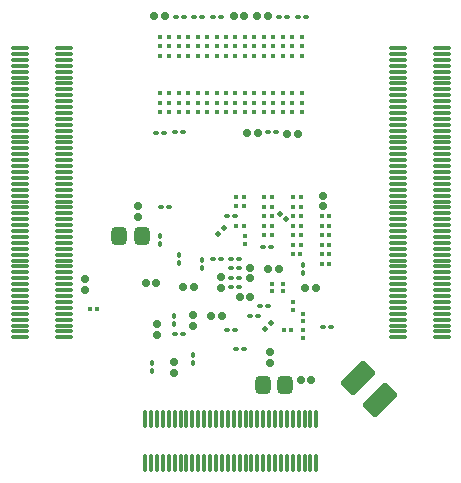
<source format=gbp>
G04*
G04 #@! TF.GenerationSoftware,Altium Limited,Altium Designer,22.0.2 (36)*
G04*
G04 Layer_Color=128*
%FSAX24Y24*%
%MOIN*%
G70*
G04*
G04 #@! TF.SameCoordinates,F6E1E7C7-60DA-40DC-8EC0-405BC10227F4*
G04*
G04*
G04 #@! TF.FilePolarity,Positive*
G04*
G01*
G75*
G04:AMPARAMS|DCode=16|XSize=13.8mil|YSize=15.7mil|CornerRadius=3.4mil|HoleSize=0mil|Usage=FLASHONLY|Rotation=270.000|XOffset=0mil|YOffset=0mil|HoleType=Round|Shape=RoundedRectangle|*
%AMROUNDEDRECTD16*
21,1,0.0138,0.0089,0,0,270.0*
21,1,0.0069,0.0157,0,0,270.0*
1,1,0.0069,-0.0044,-0.0034*
1,1,0.0069,-0.0044,0.0034*
1,1,0.0069,0.0044,0.0034*
1,1,0.0069,0.0044,-0.0034*
%
%ADD16ROUNDEDRECTD16*%
G04:AMPARAMS|DCode=17|XSize=25.2mil|YSize=25.2mil|CornerRadius=6.3mil|HoleSize=0mil|Usage=FLASHONLY|Rotation=90.000|XOffset=0mil|YOffset=0mil|HoleType=Round|Shape=RoundedRectangle|*
%AMROUNDEDRECTD17*
21,1,0.0252,0.0126,0,0,90.0*
21,1,0.0126,0.0252,0,0,90.0*
1,1,0.0126,0.0063,0.0063*
1,1,0.0126,0.0063,-0.0063*
1,1,0.0126,-0.0063,-0.0063*
1,1,0.0126,-0.0063,0.0063*
%
%ADD17ROUNDEDRECTD17*%
G04:AMPARAMS|DCode=18|XSize=59.1mil|YSize=51.2mil|CornerRadius=12.8mil|HoleSize=0mil|Usage=FLASHONLY|Rotation=90.000|XOffset=0mil|YOffset=0mil|HoleType=Round|Shape=RoundedRectangle|*
%AMROUNDEDRECTD18*
21,1,0.0591,0.0256,0,0,90.0*
21,1,0.0335,0.0512,0,0,90.0*
1,1,0.0256,0.0128,0.0167*
1,1,0.0256,0.0128,-0.0167*
1,1,0.0256,-0.0128,-0.0167*
1,1,0.0256,-0.0128,0.0167*
%
%ADD18ROUNDEDRECTD18*%
G04:AMPARAMS|DCode=20|XSize=23.6mil|YSize=23.6mil|CornerRadius=5.9mil|HoleSize=0mil|Usage=FLASHONLY|Rotation=90.000|XOffset=0mil|YOffset=0mil|HoleType=Round|Shape=RoundedRectangle|*
%AMROUNDEDRECTD20*
21,1,0.0236,0.0118,0,0,90.0*
21,1,0.0118,0.0236,0,0,90.0*
1,1,0.0118,0.0059,0.0059*
1,1,0.0118,0.0059,-0.0059*
1,1,0.0118,-0.0059,-0.0059*
1,1,0.0118,-0.0059,0.0059*
%
%ADD20ROUNDEDRECTD20*%
G04:AMPARAMS|DCode=21|XSize=16.5mil|YSize=18.1mil|CornerRadius=4.1mil|HoleSize=0mil|Usage=FLASHONLY|Rotation=270.000|XOffset=0mil|YOffset=0mil|HoleType=Round|Shape=RoundedRectangle|*
%AMROUNDEDRECTD21*
21,1,0.0165,0.0098,0,0,270.0*
21,1,0.0083,0.0181,0,0,270.0*
1,1,0.0083,-0.0049,-0.0041*
1,1,0.0083,-0.0049,0.0041*
1,1,0.0083,0.0049,0.0041*
1,1,0.0083,0.0049,-0.0041*
%
%ADD21ROUNDEDRECTD21*%
G04:AMPARAMS|DCode=22|XSize=23.6mil|YSize=23.6mil|CornerRadius=5.9mil|HoleSize=0mil|Usage=FLASHONLY|Rotation=180.000|XOffset=0mil|YOffset=0mil|HoleType=Round|Shape=RoundedRectangle|*
%AMROUNDEDRECTD22*
21,1,0.0236,0.0118,0,0,180.0*
21,1,0.0118,0.0236,0,0,180.0*
1,1,0.0118,-0.0059,0.0059*
1,1,0.0118,0.0059,0.0059*
1,1,0.0118,0.0059,-0.0059*
1,1,0.0118,-0.0059,-0.0059*
%
%ADD22ROUNDEDRECTD22*%
G04:AMPARAMS|DCode=23|XSize=25.2mil|YSize=25.2mil|CornerRadius=6.3mil|HoleSize=0mil|Usage=FLASHONLY|Rotation=180.000|XOffset=0mil|YOffset=0mil|HoleType=Round|Shape=RoundedRectangle|*
%AMROUNDEDRECTD23*
21,1,0.0252,0.0126,0,0,180.0*
21,1,0.0126,0.0252,0,0,180.0*
1,1,0.0126,-0.0063,0.0063*
1,1,0.0126,0.0063,0.0063*
1,1,0.0126,0.0063,-0.0063*
1,1,0.0126,-0.0063,-0.0063*
%
%ADD23ROUNDEDRECTD23*%
%ADD40C,0.0157*%
G04:AMPARAMS|DCode=42|XSize=13.8mil|YSize=15.7mil|CornerRadius=3.4mil|HoleSize=0mil|Usage=FLASHONLY|Rotation=180.000|XOffset=0mil|YOffset=0mil|HoleType=Round|Shape=RoundedRectangle|*
%AMROUNDEDRECTD42*
21,1,0.0138,0.0089,0,0,180.0*
21,1,0.0069,0.0157,0,0,180.0*
1,1,0.0069,-0.0034,0.0044*
1,1,0.0069,0.0034,0.0044*
1,1,0.0069,0.0034,-0.0044*
1,1,0.0069,-0.0034,-0.0044*
%
%ADD42ROUNDEDRECTD42*%
G04:AMPARAMS|DCode=56|XSize=110.2mil|YSize=65mil|CornerRadius=8.1mil|HoleSize=0mil|Usage=FLASHONLY|Rotation=45.000|XOffset=0mil|YOffset=0mil|HoleType=Round|Shape=RoundedRectangle|*
%AMROUNDEDRECTD56*
21,1,0.1102,0.0487,0,0,45.0*
21,1,0.0940,0.0650,0,0,45.0*
1,1,0.0162,0.0505,0.0160*
1,1,0.0162,-0.0160,-0.0505*
1,1,0.0162,-0.0505,-0.0160*
1,1,0.0162,0.0160,0.0505*
%
%ADD56ROUNDEDRECTD56*%
G04:AMPARAMS|DCode=57|XSize=16.5mil|YSize=18.1mil|CornerRadius=4.1mil|HoleSize=0mil|Usage=FLASHONLY|Rotation=0.000|XOffset=0mil|YOffset=0mil|HoleType=Round|Shape=RoundedRectangle|*
%AMROUNDEDRECTD57*
21,1,0.0165,0.0098,0,0,0.0*
21,1,0.0083,0.0181,0,0,0.0*
1,1,0.0083,0.0041,-0.0049*
1,1,0.0083,-0.0041,-0.0049*
1,1,0.0083,-0.0041,0.0049*
1,1,0.0083,0.0041,0.0049*
%
%ADD57ROUNDEDRECTD57*%
G04:AMPARAMS|DCode=58|XSize=16.5mil|YSize=18.1mil|CornerRadius=4.1mil|HoleSize=0mil|Usage=FLASHONLY|Rotation=315.000|XOffset=0mil|YOffset=0mil|HoleType=Round|Shape=RoundedRectangle|*
%AMROUNDEDRECTD58*
21,1,0.0165,0.0098,0,0,315.0*
21,1,0.0083,0.0181,0,0,315.0*
1,1,0.0083,-0.0006,-0.0064*
1,1,0.0083,-0.0064,-0.0006*
1,1,0.0083,0.0006,0.0064*
1,1,0.0083,0.0064,0.0006*
%
%ADD58ROUNDEDRECTD58*%
G04:AMPARAMS|DCode=59|XSize=16.5mil|YSize=18.1mil|CornerRadius=4.1mil|HoleSize=0mil|Usage=FLASHONLY|Rotation=45.000|XOffset=0mil|YOffset=0mil|HoleType=Round|Shape=RoundedRectangle|*
%AMROUNDEDRECTD59*
21,1,0.0165,0.0098,0,0,45.0*
21,1,0.0083,0.0181,0,0,45.0*
1,1,0.0083,0.0064,-0.0006*
1,1,0.0083,0.0006,-0.0064*
1,1,0.0083,-0.0064,0.0006*
1,1,0.0083,-0.0006,0.0064*
%
%ADD59ROUNDEDRECTD59*%
G04:AMPARAMS|DCode=60|XSize=11.8mil|YSize=59.1mil|CornerRadius=3mil|HoleSize=0mil|Usage=FLASHONLY|Rotation=270.000|XOffset=0mil|YOffset=0mil|HoleType=Round|Shape=RoundedRectangle|*
%AMROUNDEDRECTD60*
21,1,0.0118,0.0531,0,0,270.0*
21,1,0.0059,0.0591,0,0,270.0*
1,1,0.0059,-0.0266,-0.0030*
1,1,0.0059,-0.0266,0.0030*
1,1,0.0059,0.0266,0.0030*
1,1,0.0059,0.0266,-0.0030*
%
%ADD60ROUNDEDRECTD60*%
G04:AMPARAMS|DCode=61|XSize=11.8mil|YSize=59.1mil|CornerRadius=3mil|HoleSize=0mil|Usage=FLASHONLY|Rotation=0.000|XOffset=0mil|YOffset=0mil|HoleType=Round|Shape=RoundedRectangle|*
%AMROUNDEDRECTD61*
21,1,0.0118,0.0531,0,0,0.0*
21,1,0.0059,0.0591,0,0,0.0*
1,1,0.0059,0.0030,-0.0266*
1,1,0.0059,-0.0030,-0.0266*
1,1,0.0059,-0.0030,0.0266*
1,1,0.0059,0.0030,0.0266*
%
%ADD61ROUNDEDRECTD61*%
D16*
X003425Y005965D02*
D03*
X003169D02*
D03*
X008061Y009409D02*
D03*
X008317Y009409D02*
D03*
X008061Y008730D02*
D03*
X008317D02*
D03*
X010906Y007795D02*
D03*
X009252Y008740D02*
D03*
X010906Y008110D02*
D03*
X009252Y008425D02*
D03*
X009941Y007795D02*
D03*
X010906Y009055D02*
D03*
X010906Y008425D02*
D03*
X008317Y009695D02*
D03*
X010906Y008740D02*
D03*
X009252Y009685D02*
D03*
X010197Y007795D02*
D03*
X008061Y009695D02*
D03*
X009252Y009370D02*
D03*
X009951Y009370D02*
D03*
X011161Y009055D02*
D03*
X008996Y009685D02*
D03*
X010207Y009370D02*
D03*
X010906Y007480D02*
D03*
X009252Y009055D02*
D03*
X008996Y009370D02*
D03*
X010207Y009685D02*
D03*
X008996Y008425D02*
D03*
X010207D02*
D03*
X008996Y008740D02*
D03*
X010207D02*
D03*
X008996Y009055D02*
D03*
X010207Y008110D02*
D03*
X009951Y008425D02*
D03*
X011161Y007480D02*
D03*
X009951Y009055D02*
D03*
X011161Y008110D02*
D03*
X009951Y009685D02*
D03*
X011161Y008740D02*
D03*
X009951Y008740D02*
D03*
X011161Y007795D02*
D03*
X009951Y008110D02*
D03*
X010207Y009055D02*
D03*
X011161Y008425D02*
D03*
X009642Y005272D02*
D03*
X009898D02*
D03*
D17*
X009118Y015748D02*
D03*
X008756D02*
D03*
X008331Y015748D02*
D03*
X007969Y015748D02*
D03*
X005331Y015748D02*
D03*
X005693Y015748D02*
D03*
X009740Y011811D02*
D03*
X010102Y011811D02*
D03*
X006276Y006693D02*
D03*
X006638Y006693D02*
D03*
X009110Y007313D02*
D03*
X009472D02*
D03*
X010203Y003602D02*
D03*
X010565Y003602D02*
D03*
X007211Y005748D02*
D03*
X007573D02*
D03*
X010341Y006654D02*
D03*
X010703D02*
D03*
X005398Y006841D02*
D03*
X005035D02*
D03*
D18*
X009685Y003425D02*
D03*
X008937D02*
D03*
X004911Y008406D02*
D03*
X004163D02*
D03*
D20*
X008524Y006368D02*
D03*
X008169D02*
D03*
X008425Y011831D02*
D03*
X008780D02*
D03*
D21*
X006276Y005118D02*
D03*
X006008D02*
D03*
X008165Y006693D02*
D03*
X007898D02*
D03*
X007268Y015709D02*
D03*
X007535Y015709D02*
D03*
X010102Y015709D02*
D03*
X010370Y015709D02*
D03*
X006906Y015709D02*
D03*
X006638Y015709D02*
D03*
X009386Y011850D02*
D03*
X009118D02*
D03*
X005368Y011841D02*
D03*
X005636D02*
D03*
X006047Y015709D02*
D03*
X006315D02*
D03*
X009472D02*
D03*
X009740D02*
D03*
X006008Y011850D02*
D03*
X006276D02*
D03*
X008319Y004646D02*
D03*
X008051D02*
D03*
X008007Y005279D02*
D03*
X007739D02*
D03*
X008528Y005748D02*
D03*
X008795D02*
D03*
X008165Y007323D02*
D03*
X007898D02*
D03*
X007888Y007638D02*
D03*
X008156Y007638D02*
D03*
X010959Y005374D02*
D03*
X011226D02*
D03*
X007898Y007008D02*
D03*
X008165Y007008D02*
D03*
X008843Y006063D02*
D03*
X009110D02*
D03*
X007268Y007638D02*
D03*
X007535D02*
D03*
X008008Y009059D02*
D03*
X007740D02*
D03*
X009228Y008041D02*
D03*
X008961D02*
D03*
X005813Y009380D02*
D03*
X005545D02*
D03*
D22*
X006614Y005768D02*
D03*
X006614Y005413D02*
D03*
X007559Y006673D02*
D03*
X007559Y007028D02*
D03*
D23*
X005404Y005457D02*
D03*
Y005094D02*
D03*
X009183Y004532D02*
D03*
Y004169D02*
D03*
X008514Y006984D02*
D03*
X008514Y007346D02*
D03*
X005984Y003835D02*
D03*
Y004197D02*
D03*
X010955Y009386D02*
D03*
Y009748D02*
D03*
X004783Y009032D02*
D03*
Y009394D02*
D03*
X003022Y006600D02*
D03*
Y006963D02*
D03*
D40*
X008976Y012835D02*
D03*
X007717Y015039D02*
D03*
X008661Y012835D02*
D03*
X008661Y014409D02*
D03*
X008661Y014724D02*
D03*
X010236D02*
D03*
X008031Y014409D02*
D03*
X008346Y015039D02*
D03*
X006142Y013150D02*
D03*
X005827D02*
D03*
X007087Y014409D02*
D03*
X007402D02*
D03*
X006457D02*
D03*
X006772Y013150D02*
D03*
X005512Y014409D02*
D03*
X005827Y012835D02*
D03*
X005512Y014724D02*
D03*
Y013150D02*
D03*
X006142Y014724D02*
D03*
X006142Y012835D02*
D03*
X006142Y014409D02*
D03*
X006457Y013150D02*
D03*
X007717Y013150D02*
D03*
X007402Y014724D02*
D03*
X007717Y012835D02*
D03*
X007717Y014409D02*
D03*
X007087Y012835D02*
D03*
X007087Y014724D02*
D03*
Y013150D02*
D03*
X006772Y014409D02*
D03*
X008031Y013150D02*
D03*
X008346D02*
D03*
Y012520D02*
D03*
Y014409D02*
D03*
X008976D02*
D03*
X009291Y012835D02*
D03*
X008976Y014724D02*
D03*
X009291Y013150D02*
D03*
X009921Y013150D02*
D03*
X008661Y013150D02*
D03*
X009921Y014409D02*
D03*
X010236Y012835D02*
D03*
X009921Y014724D02*
D03*
Y012835D02*
D03*
X009606Y014724D02*
D03*
X009606Y012835D02*
D03*
X009291Y014724D02*
D03*
X009606Y014409D02*
D03*
Y013150D02*
D03*
X009291Y014409D02*
D03*
X010236Y015039D02*
D03*
Y012520D02*
D03*
X009606Y015039D02*
D03*
X008976D02*
D03*
X009606Y012520D02*
D03*
X008976D02*
D03*
X007402Y015039D02*
D03*
X008031Y014724D02*
D03*
X006772Y015039D02*
D03*
X006772Y014724D02*
D03*
X008031Y012835D02*
D03*
X007402D02*
D03*
X007402Y012520D02*
D03*
X006772Y012835D02*
D03*
X007087Y012520D02*
D03*
X006457Y015039D02*
D03*
X005827D02*
D03*
X005827Y014409D02*
D03*
X006457Y012835D02*
D03*
X005827Y012520D02*
D03*
X005512Y012520D02*
D03*
X009921Y015039D02*
D03*
X009291D02*
D03*
X009921Y012520D02*
D03*
X009291Y012520D02*
D03*
X008346Y014724D02*
D03*
X007717Y014724D02*
D03*
X007087Y015039D02*
D03*
X008346Y012835D02*
D03*
X007402Y013150D02*
D03*
X006457Y014724D02*
D03*
X006142Y015039D02*
D03*
X005512D02*
D03*
X005827Y014724D02*
D03*
X005512Y012835D02*
D03*
X007717Y012520D02*
D03*
X006772D02*
D03*
X006457D02*
D03*
X006142D02*
D03*
X008031Y015039D02*
D03*
X008031Y012520D02*
D03*
X008661Y015039D02*
D03*
Y012520D02*
D03*
X008976Y013150D02*
D03*
X010236Y014409D02*
D03*
Y013150D02*
D03*
D42*
X009262Y006811D02*
D03*
Y006555D02*
D03*
X009606Y006811D02*
D03*
Y006555D02*
D03*
X008346Y008140D02*
D03*
Y008396D02*
D03*
X009941Y005935D02*
D03*
Y006191D02*
D03*
X010295Y005551D02*
D03*
Y005807D02*
D03*
Y005000D02*
D03*
Y005256D02*
D03*
D56*
X012849Y002928D02*
D03*
X012111Y003666D02*
D03*
D57*
X006614Y004445D02*
D03*
Y004177D02*
D03*
X005984Y005457D02*
D03*
Y005724D02*
D03*
X005246Y004150D02*
D03*
Y003882D02*
D03*
X006929Y007346D02*
D03*
Y007614D02*
D03*
X006152Y007772D02*
D03*
Y007504D02*
D03*
X005516Y008125D02*
D03*
Y008393D02*
D03*
X010285Y007150D02*
D03*
Y007417D02*
D03*
D58*
X009209Y005498D02*
D03*
X009020Y005309D02*
D03*
X007445Y008468D02*
D03*
X007634Y008658D02*
D03*
D59*
X009526Y009146D02*
D03*
X009715Y008957D02*
D03*
D60*
X002303Y014075D02*
D03*
Y014468D02*
D03*
Y014272D02*
D03*
Y014665D02*
D03*
X000846Y007972D02*
D03*
Y008366D02*
D03*
X014902Y010728D02*
D03*
Y010925D02*
D03*
X013445Y013681D02*
D03*
Y013091D02*
D03*
X014902Y012106D02*
D03*
Y011122D02*
D03*
X013445Y012106D02*
D03*
Y011122D02*
D03*
Y010138D02*
D03*
X014902D02*
D03*
Y007776D02*
D03*
X013445Y005610D02*
D03*
Y008169D02*
D03*
Y007382D02*
D03*
Y009154D02*
D03*
Y006791D02*
D03*
Y005020D02*
D03*
X000846Y012697D02*
D03*
Y013681D02*
D03*
X002303Y012697D02*
D03*
Y011713D02*
D03*
X000846Y010728D02*
D03*
X002303D02*
D03*
X000846Y011713D02*
D03*
X002303Y009744D02*
D03*
Y008760D02*
D03*
X000846Y009744D02*
D03*
Y008760D02*
D03*
Y007776D02*
D03*
Y006791D02*
D03*
X014902Y012303D02*
D03*
Y012500D02*
D03*
X000846Y009941D02*
D03*
X013445Y014468D02*
D03*
Y014665D02*
D03*
Y014075D02*
D03*
Y014272D02*
D03*
Y013287D02*
D03*
Y013484D02*
D03*
Y012697D02*
D03*
Y012894D02*
D03*
Y011713D02*
D03*
Y011909D02*
D03*
Y011319D02*
D03*
Y011516D02*
D03*
Y010728D02*
D03*
Y010925D02*
D03*
Y010335D02*
D03*
Y010532D02*
D03*
X000846Y010335D02*
D03*
X002303Y013878D02*
D03*
X014902Y006398D02*
D03*
Y006201D02*
D03*
Y005413D02*
D03*
Y005217D02*
D03*
Y005020D02*
D03*
X002303D02*
D03*
X000846D02*
D03*
X002303Y005217D02*
D03*
X000846D02*
D03*
Y005413D02*
D03*
X002303Y005610D02*
D03*
X000846D02*
D03*
X002303Y005807D02*
D03*
Y005413D02*
D03*
X000846Y005807D02*
D03*
X002303Y006004D02*
D03*
X000846D02*
D03*
X002303Y006201D02*
D03*
X000846D02*
D03*
X002303Y006398D02*
D03*
X000846D02*
D03*
X002303Y006594D02*
D03*
X000846D02*
D03*
X002303Y006791D02*
D03*
Y006988D02*
D03*
X000846D02*
D03*
X002303Y007185D02*
D03*
X000846D02*
D03*
X002303Y007382D02*
D03*
X000846D02*
D03*
X002303Y007579D02*
D03*
X000846D02*
D03*
X002303Y007776D02*
D03*
Y007972D02*
D03*
Y008169D02*
D03*
X000846D02*
D03*
X002303Y008366D02*
D03*
Y008563D02*
D03*
X000846D02*
D03*
X002303Y008957D02*
D03*
X000846D02*
D03*
X002303Y009154D02*
D03*
X000846D02*
D03*
X002303Y009350D02*
D03*
X000846D02*
D03*
X002303Y009547D02*
D03*
X000846D02*
D03*
X002303Y009941D02*
D03*
Y010138D02*
D03*
X000846D02*
D03*
X002303Y010335D02*
D03*
Y010532D02*
D03*
X000846D02*
D03*
X002303Y010925D02*
D03*
X000846D02*
D03*
X002303Y011122D02*
D03*
X000846D02*
D03*
X002303Y011319D02*
D03*
X000846D02*
D03*
X002303Y011516D02*
D03*
X000846D02*
D03*
X002303Y011909D02*
D03*
X000846D02*
D03*
X002303Y012106D02*
D03*
X000846D02*
D03*
X002303Y012303D02*
D03*
X000846D02*
D03*
X002303Y012500D02*
D03*
X000846D02*
D03*
X002303Y012894D02*
D03*
X000846D02*
D03*
X002303Y013091D02*
D03*
X000846D02*
D03*
X002303Y013287D02*
D03*
X000846D02*
D03*
X002303Y013484D02*
D03*
X000846D02*
D03*
X002303Y013681D02*
D03*
X000846Y013878D02*
D03*
Y014075D02*
D03*
Y014272D02*
D03*
Y014468D02*
D03*
Y014665D02*
D03*
X014902D02*
D03*
Y014468D02*
D03*
Y014272D02*
D03*
Y014075D02*
D03*
X013445Y013878D02*
D03*
X014902D02*
D03*
Y013681D02*
D03*
Y013484D02*
D03*
Y013287D02*
D03*
Y013091D02*
D03*
Y012894D02*
D03*
Y012697D02*
D03*
X013445Y012500D02*
D03*
Y012303D02*
D03*
X014902Y011909D02*
D03*
Y011713D02*
D03*
Y011516D02*
D03*
Y011319D02*
D03*
Y010532D02*
D03*
Y010335D02*
D03*
X013445Y009941D02*
D03*
X014902D02*
D03*
X013445Y009744D02*
D03*
X014902D02*
D03*
X013445Y009547D02*
D03*
X014902D02*
D03*
X013445Y009350D02*
D03*
X014902D02*
D03*
Y009154D02*
D03*
X013445Y008957D02*
D03*
X014902D02*
D03*
X013445Y008760D02*
D03*
X014902D02*
D03*
X013445Y008563D02*
D03*
X014902D02*
D03*
X013445Y008366D02*
D03*
X014902D02*
D03*
Y008169D02*
D03*
X013445Y007972D02*
D03*
X014902D02*
D03*
X013445Y007776D02*
D03*
Y007579D02*
D03*
X014902D02*
D03*
Y007382D02*
D03*
X013445Y007185D02*
D03*
X014902D02*
D03*
X013445Y006988D02*
D03*
X014902D02*
D03*
Y006791D02*
D03*
X013445Y006594D02*
D03*
X014902D02*
D03*
X013445Y006398D02*
D03*
Y006201D02*
D03*
Y006004D02*
D03*
X014902D02*
D03*
X013445Y005807D02*
D03*
X014902D02*
D03*
Y005610D02*
D03*
X013445Y005413D02*
D03*
Y005217D02*
D03*
D61*
X008169Y002303D02*
D03*
X008366D02*
D03*
X008760D02*
D03*
X008957D02*
D03*
X009350D02*
D03*
X009547D02*
D03*
X009941D02*
D03*
X010138D02*
D03*
X008169Y000846D02*
D03*
X008366D02*
D03*
X008760D02*
D03*
X008957D02*
D03*
X009350D02*
D03*
X009547D02*
D03*
X009941D02*
D03*
X010138D02*
D03*
X007579Y002303D02*
D03*
X007776D02*
D03*
X010335D02*
D03*
Y000846D02*
D03*
X009744Y002303D02*
D03*
Y000846D02*
D03*
X009154D02*
D03*
X008563Y002303D02*
D03*
X009154D02*
D03*
X008563Y000846D02*
D03*
X007972Y002303D02*
D03*
Y000846D02*
D03*
X007382D02*
D03*
Y002303D02*
D03*
X006398D02*
D03*
Y000846D02*
D03*
X010728Y002303D02*
D03*
Y000846D02*
D03*
X010532Y002303D02*
D03*
Y000846D02*
D03*
X007776D02*
D03*
X007579D02*
D03*
X007185Y002303D02*
D03*
Y000846D02*
D03*
X006988Y002303D02*
D03*
Y000846D02*
D03*
X006791Y002303D02*
D03*
Y000846D02*
D03*
X006594Y002303D02*
D03*
Y000846D02*
D03*
X006201Y002303D02*
D03*
Y000846D02*
D03*
X006004Y002303D02*
D03*
Y000846D02*
D03*
X005807Y002303D02*
D03*
Y000846D02*
D03*
X005610Y002303D02*
D03*
Y000846D02*
D03*
X005413Y002303D02*
D03*
Y000846D02*
D03*
X005217Y002303D02*
D03*
Y000846D02*
D03*
X005020Y002303D02*
D03*
Y000846D02*
D03*
M02*

</source>
